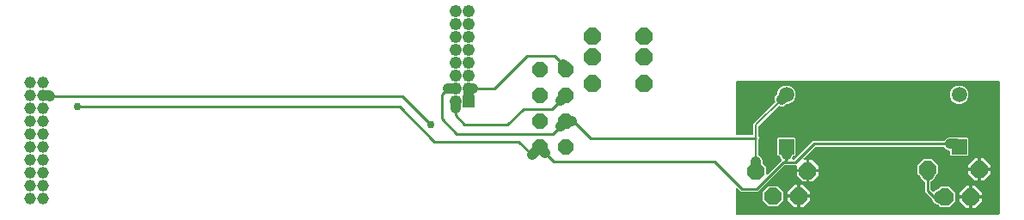
<source format=gbr>
G04 EAGLE Gerber RS-274X export*
G75*
%MOMM*%
%FSLAX34Y34*%
%LPD*%
%INBottom Copper*%
%IPPOS*%
%AMOC8*
5,1,8,0,0,1.08239X$1,22.5*%
G01*
%ADD10R,1.508000X1.508000*%
%ADD11C,1.508000*%
%ADD12P,1.814519X8X22.500000*%
%ADD13P,1.814519X8X202.500000*%
%ADD14P,1.649562X8X112.500000*%
%ADD15C,1.158000*%
%ADD16R,1.218000X1.218000*%
%ADD17C,1.218000*%
%ADD18C,0.254000*%
%ADD19C,1.270000*%
%ADD20C,1.016000*%
%ADD21C,0.756400*%
%ADD22C,0.203200*%

G36*
X585236Y115574D02*
X585236Y115574D01*
X585255Y115572D01*
X585357Y115594D01*
X585459Y115610D01*
X585476Y115620D01*
X585496Y115624D01*
X585585Y115677D01*
X585676Y115726D01*
X585690Y115740D01*
X585707Y115750D01*
X585774Y115829D01*
X585846Y115904D01*
X585854Y115922D01*
X585867Y115937D01*
X585906Y116033D01*
X585949Y116127D01*
X585951Y116147D01*
X585959Y116165D01*
X585977Y116332D01*
X585977Y246380D01*
X585974Y246400D01*
X585976Y246419D01*
X585954Y246521D01*
X585938Y246623D01*
X585928Y246640D01*
X585924Y246660D01*
X585871Y246749D01*
X585822Y246840D01*
X585808Y246854D01*
X585798Y246871D01*
X585719Y246938D01*
X585644Y247010D01*
X585626Y247018D01*
X585611Y247031D01*
X585515Y247070D01*
X585421Y247113D01*
X585401Y247115D01*
X585383Y247123D01*
X585216Y247141D01*
X327152Y247141D01*
X327132Y247138D01*
X327113Y247140D01*
X327011Y247118D01*
X326909Y247102D01*
X326892Y247092D01*
X326872Y247088D01*
X326783Y247035D01*
X326692Y246986D01*
X326678Y246972D01*
X326661Y246962D01*
X326594Y246883D01*
X326523Y246808D01*
X326514Y246790D01*
X326501Y246775D01*
X326462Y246679D01*
X326419Y246585D01*
X326417Y246565D01*
X326409Y246547D01*
X326391Y246380D01*
X326391Y194564D01*
X326394Y194544D01*
X326392Y194525D01*
X326414Y194423D01*
X326431Y194321D01*
X326440Y194304D01*
X326444Y194284D01*
X326497Y194195D01*
X326546Y194104D01*
X326560Y194090D01*
X326570Y194073D01*
X326649Y194006D01*
X326724Y193934D01*
X326742Y193926D01*
X326757Y193913D01*
X326853Y193874D01*
X326947Y193831D01*
X326967Y193829D01*
X326985Y193821D01*
X327152Y193803D01*
X342900Y193803D01*
X342920Y193806D01*
X342939Y193804D01*
X343041Y193826D01*
X343143Y193842D01*
X343160Y193852D01*
X343180Y193856D01*
X343269Y193909D01*
X343360Y193958D01*
X343374Y193972D01*
X343391Y193982D01*
X343458Y194061D01*
X343530Y194136D01*
X343538Y194154D01*
X343551Y194169D01*
X343590Y194265D01*
X343633Y194359D01*
X343635Y194379D01*
X343643Y194397D01*
X343661Y194564D01*
X343661Y205114D01*
X345372Y206826D01*
X345373Y206826D01*
X364831Y226284D01*
X364899Y226379D01*
X364969Y226473D01*
X364971Y226479D01*
X364974Y226484D01*
X365009Y226595D01*
X365045Y226707D01*
X365045Y226713D01*
X365047Y226719D01*
X365044Y226836D01*
X365043Y226953D01*
X365041Y226960D01*
X365040Y226965D01*
X365034Y226982D01*
X364996Y227114D01*
X364693Y227844D01*
X364693Y230472D01*
X365699Y232899D01*
X366632Y233833D01*
X366685Y233907D01*
X366745Y233976D01*
X366757Y234006D01*
X366776Y234033D01*
X366803Y234120D01*
X366837Y234204D01*
X366841Y234245D01*
X366848Y234268D01*
X366847Y234300D01*
X366855Y234371D01*
X366855Y235583D01*
X368235Y238915D01*
X370785Y241465D01*
X374117Y242845D01*
X377723Y242845D01*
X381055Y241465D01*
X383605Y238915D01*
X384985Y235583D01*
X384985Y231977D01*
X383605Y228645D01*
X381055Y226095D01*
X377723Y224715D01*
X376511Y224715D01*
X376421Y224701D01*
X376330Y224693D01*
X376300Y224681D01*
X376268Y224676D01*
X376188Y224633D01*
X376104Y224597D01*
X376072Y224571D01*
X376051Y224560D01*
X376029Y224537D01*
X375973Y224492D01*
X375039Y223559D01*
X372612Y222553D01*
X369984Y222553D01*
X369254Y222856D01*
X369189Y222871D01*
X369146Y222889D01*
X369093Y222894D01*
X369027Y222911D01*
X369020Y222911D01*
X369014Y222912D01*
X368960Y222907D01*
X368955Y222907D01*
X368949Y222906D01*
X368898Y222901D01*
X368781Y222892D01*
X368776Y222890D01*
X368769Y222889D01*
X368725Y222869D01*
X368713Y222867D01*
X368672Y222846D01*
X368661Y222841D01*
X368555Y222796D01*
X368549Y222791D01*
X368545Y222789D01*
X368531Y222776D01*
X368511Y222760D01*
X368495Y222752D01*
X368479Y222735D01*
X368424Y222691D01*
X348966Y203233D01*
X348913Y203159D01*
X348853Y203089D01*
X348841Y203059D01*
X348822Y203033D01*
X348795Y202946D01*
X348761Y202861D01*
X348757Y202820D01*
X348750Y202798D01*
X348751Y202766D01*
X348743Y202694D01*
X348743Y192735D01*
X348757Y192645D01*
X348765Y192554D01*
X348777Y192524D01*
X348782Y192492D01*
X348825Y192412D01*
X348861Y192328D01*
X348887Y192296D01*
X348898Y192275D01*
X348921Y192253D01*
X348966Y192197D01*
X348997Y192166D01*
X348997Y189850D01*
X348966Y189819D01*
X348913Y189745D01*
X348853Y189676D01*
X348841Y189646D01*
X348822Y189620D01*
X348795Y189533D01*
X348761Y189448D01*
X348757Y189407D01*
X348750Y189385D01*
X348751Y189352D01*
X348743Y189281D01*
X348743Y174245D01*
X348762Y174130D01*
X348779Y174014D01*
X348781Y174009D01*
X348782Y174002D01*
X348838Y173898D01*
X348890Y173795D01*
X348895Y173791D01*
X348898Y173785D01*
X348983Y173704D01*
X349066Y173623D01*
X349072Y173619D01*
X349076Y173616D01*
X349093Y173608D01*
X349213Y173542D01*
X349943Y173239D01*
X351801Y171381D01*
X352807Y168954D01*
X352807Y166725D01*
X352821Y166635D01*
X352829Y166544D01*
X352841Y166514D01*
X352846Y166482D01*
X352889Y166401D01*
X352925Y166318D01*
X352951Y166285D01*
X352962Y166265D01*
X352985Y166243D01*
X353030Y166187D01*
X356109Y163108D01*
X356109Y155905D01*
X356111Y155890D01*
X356110Y155878D01*
X356120Y155828D01*
X356122Y155762D01*
X356140Y155713D01*
X356148Y155662D01*
X356182Y155599D01*
X356207Y155531D01*
X356239Y155491D01*
X356264Y155445D01*
X356316Y155395D01*
X356360Y155339D01*
X356404Y155311D01*
X356442Y155275D01*
X356507Y155245D01*
X356567Y155206D01*
X356618Y155194D01*
X356665Y155172D01*
X356736Y155164D01*
X356806Y155146D01*
X356858Y155150D01*
X356909Y155145D01*
X356980Y155160D01*
X357051Y155165D01*
X357099Y155186D01*
X357150Y155197D01*
X357211Y155234D01*
X357277Y155262D01*
X357330Y155304D01*
X357342Y155311D01*
X357345Y155314D01*
X357361Y155323D01*
X357376Y155341D01*
X357408Y155367D01*
X370235Y168194D01*
X371275Y169234D01*
X371287Y169250D01*
X371302Y169262D01*
X371358Y169349D01*
X371419Y169433D01*
X371425Y169452D01*
X371435Y169469D01*
X371461Y169570D01*
X371491Y169668D01*
X371491Y169688D01*
X371496Y169708D01*
X371488Y169811D01*
X371485Y169914D01*
X371478Y169933D01*
X371476Y169953D01*
X371436Y170048D01*
X371400Y170145D01*
X371388Y170161D01*
X371380Y170179D01*
X371275Y170310D01*
X370321Y171265D01*
X369500Y173245D01*
X369439Y173345D01*
X369379Y173445D01*
X369374Y173449D01*
X369371Y173454D01*
X369281Y173529D01*
X369192Y173605D01*
X369186Y173607D01*
X369181Y173611D01*
X369073Y173653D01*
X368964Y173697D01*
X368956Y173698D01*
X368952Y173699D01*
X368933Y173700D01*
X368797Y173715D01*
X367748Y173715D01*
X366855Y174608D01*
X366855Y190952D01*
X367748Y191845D01*
X384092Y191845D01*
X384985Y190952D01*
X384985Y174608D01*
X384092Y173715D01*
X383043Y173715D01*
X382928Y173696D01*
X382812Y173679D01*
X382806Y173677D01*
X382800Y173676D01*
X382698Y173621D01*
X382593Y173568D01*
X382588Y173563D01*
X382583Y173560D01*
X382503Y173476D01*
X382420Y173392D01*
X382417Y173386D01*
X382413Y173382D01*
X382406Y173365D01*
X382340Y173245D01*
X381485Y171183D01*
X381465Y171154D01*
X381443Y171085D01*
X381413Y171020D01*
X381407Y170969D01*
X381392Y170919D01*
X381394Y170847D01*
X381386Y170776D01*
X381397Y170725D01*
X381398Y170673D01*
X381423Y170606D01*
X381438Y170535D01*
X381465Y170491D01*
X381482Y170442D01*
X381527Y170386D01*
X381564Y170324D01*
X381604Y170290D01*
X381636Y170250D01*
X381696Y170211D01*
X381751Y170164D01*
X381799Y170145D01*
X381843Y170117D01*
X381913Y170099D01*
X381979Y170072D01*
X382050Y170064D01*
X382081Y170057D01*
X382105Y170058D01*
X382146Y170054D01*
X383464Y170054D01*
X383554Y170068D01*
X383645Y170076D01*
X383675Y170088D01*
X383707Y170093D01*
X383787Y170136D01*
X383871Y170172D01*
X383903Y170198D01*
X383924Y170209D01*
X383946Y170232D01*
X384002Y170277D01*
X401940Y188215D01*
X530964Y188215D01*
X531079Y188234D01*
X531195Y188251D01*
X531201Y188253D01*
X531207Y188254D01*
X531309Y188309D01*
X531414Y188362D01*
X531419Y188367D01*
X531424Y188370D01*
X531504Y188454D01*
X531586Y188538D01*
X531590Y188544D01*
X531594Y188548D01*
X531601Y188565D01*
X531667Y188685D01*
X531865Y189161D01*
X533723Y191019D01*
X536150Y192025D01*
X544774Y192025D01*
X545068Y191903D01*
X545132Y191888D01*
X545193Y191863D01*
X545276Y191854D01*
X545308Y191847D01*
X545327Y191848D01*
X545360Y191845D01*
X554272Y191845D01*
X555165Y190952D01*
X555165Y174608D01*
X554272Y173715D01*
X537928Y173715D01*
X537035Y174608D01*
X537035Y178054D01*
X537032Y178074D01*
X537034Y178093D01*
X537012Y178195D01*
X536996Y178297D01*
X536986Y178314D01*
X536982Y178334D01*
X536929Y178423D01*
X536880Y178514D01*
X536866Y178528D01*
X536856Y178545D01*
X536777Y178612D01*
X536702Y178684D01*
X536684Y178692D01*
X536669Y178705D01*
X536573Y178744D01*
X536479Y178787D01*
X536459Y178789D01*
X536441Y178797D01*
X536274Y178815D01*
X536150Y178815D01*
X533723Y179821D01*
X531865Y181679D01*
X531667Y182155D01*
X531606Y182255D01*
X531546Y182355D01*
X531541Y182359D01*
X531538Y182364D01*
X531448Y182439D01*
X531359Y182515D01*
X531353Y182517D01*
X531348Y182521D01*
X531240Y182563D01*
X531131Y182607D01*
X531123Y182608D01*
X531119Y182609D01*
X531100Y182610D01*
X530964Y182625D01*
X404571Y182625D01*
X404481Y182611D01*
X404390Y182603D01*
X404360Y182591D01*
X404328Y182586D01*
X404248Y182543D01*
X404164Y182507D01*
X404132Y182481D01*
X404111Y182470D01*
X404089Y182447D01*
X404033Y182402D01*
X392857Y171226D01*
X392815Y171168D01*
X392765Y171116D01*
X392743Y171069D01*
X392713Y171027D01*
X392692Y170958D01*
X392662Y170893D01*
X392656Y170841D01*
X392641Y170791D01*
X392643Y170720D01*
X392635Y170649D01*
X392646Y170598D01*
X392647Y170546D01*
X392672Y170478D01*
X392687Y170408D01*
X392714Y170363D01*
X392732Y170315D01*
X392776Y170259D01*
X392813Y170197D01*
X392853Y170163D01*
X392885Y170123D01*
X392946Y170084D01*
X393000Y170037D01*
X393048Y170018D01*
X393092Y169990D01*
X393162Y169972D01*
X393228Y169945D01*
X393300Y169937D01*
X393331Y169929D01*
X393354Y169931D01*
X393395Y169927D01*
X395479Y169927D01*
X395479Y160527D01*
X386079Y160527D01*
X386079Y163703D01*
X386076Y163723D01*
X386078Y163742D01*
X386056Y163844D01*
X386040Y163946D01*
X386030Y163963D01*
X386026Y163983D01*
X385973Y164072D01*
X385924Y164163D01*
X385910Y164177D01*
X385900Y164194D01*
X385821Y164261D01*
X385746Y164333D01*
X385728Y164341D01*
X385713Y164354D01*
X385617Y164393D01*
X385523Y164436D01*
X385503Y164438D01*
X385485Y164446D01*
X385318Y164464D01*
X374726Y164464D01*
X374636Y164450D01*
X374545Y164442D01*
X374515Y164430D01*
X374483Y164425D01*
X374403Y164382D01*
X374319Y164346D01*
X374287Y164320D01*
X374266Y164309D01*
X374244Y164286D01*
X374188Y164241D01*
X348122Y138175D01*
X331328Y138175D01*
X329468Y140035D01*
X327690Y141813D01*
X327632Y141855D01*
X327580Y141905D01*
X327533Y141927D01*
X327491Y141957D01*
X327422Y141978D01*
X327357Y142008D01*
X327305Y142014D01*
X327255Y142029D01*
X327184Y142027D01*
X327113Y142035D01*
X327062Y142024D01*
X327010Y142023D01*
X326942Y141998D01*
X326872Y141983D01*
X326828Y141956D01*
X326779Y141938D01*
X326723Y141894D01*
X326661Y141857D01*
X326627Y141817D01*
X326587Y141785D01*
X326548Y141724D01*
X326501Y141670D01*
X326482Y141622D01*
X326454Y141578D01*
X326436Y141508D01*
X326409Y141442D01*
X326401Y141370D01*
X326393Y141339D01*
X326395Y141316D01*
X326391Y141275D01*
X326391Y116332D01*
X326394Y116312D01*
X326392Y116293D01*
X326414Y116191D01*
X326431Y116089D01*
X326440Y116072D01*
X326444Y116052D01*
X326497Y115963D01*
X326546Y115872D01*
X326560Y115858D01*
X326570Y115841D01*
X326649Y115774D01*
X326724Y115702D01*
X326742Y115694D01*
X326757Y115681D01*
X326853Y115642D01*
X326947Y115599D01*
X326967Y115597D01*
X326985Y115589D01*
X327152Y115571D01*
X585216Y115571D01*
X585236Y115574D01*
G37*
%LPC*%
G36*
X528026Y123189D02*
X528026Y123189D01*
X526217Y124998D01*
X526143Y125051D01*
X526074Y125111D01*
X526044Y125123D01*
X526018Y125142D01*
X525931Y125169D01*
X525846Y125203D01*
X525805Y125207D01*
X525783Y125214D01*
X525756Y125214D01*
X522843Y126420D01*
X520628Y128635D01*
X519737Y130787D01*
X519702Y130843D01*
X519677Y130903D01*
X519625Y130968D01*
X519607Y130996D01*
X519592Y131008D01*
X519572Y131034D01*
X514177Y136428D01*
X512317Y138288D01*
X512317Y147827D01*
X512298Y147942D01*
X512281Y148058D01*
X512279Y148064D01*
X512278Y148070D01*
X512223Y148173D01*
X512170Y148278D01*
X512165Y148282D01*
X512162Y148288D01*
X512078Y148367D01*
X511994Y148450D01*
X511988Y148453D01*
X511984Y148457D01*
X511967Y148465D01*
X511847Y148531D01*
X510651Y149026D01*
X508436Y151241D01*
X507293Y154001D01*
X507259Y154056D01*
X507233Y154117D01*
X507181Y154182D01*
X507164Y154210D01*
X507149Y154222D01*
X507128Y154248D01*
X505205Y156170D01*
X505205Y164378D01*
X511008Y170181D01*
X519216Y170181D01*
X525019Y164378D01*
X525019Y156170D01*
X523096Y154248D01*
X523058Y154194D01*
X523012Y154148D01*
X522972Y154075D01*
X522952Y154048D01*
X522947Y154029D01*
X522931Y154001D01*
X521788Y151241D01*
X519573Y149026D01*
X518377Y148531D01*
X518277Y148469D01*
X518177Y148409D01*
X518173Y148404D01*
X518168Y148401D01*
X518092Y148310D01*
X518017Y148222D01*
X518015Y148216D01*
X518011Y148212D01*
X517969Y148103D01*
X517925Y147994D01*
X517924Y147987D01*
X517923Y147982D01*
X517922Y147964D01*
X517907Y147827D01*
X517907Y140919D01*
X517921Y140829D01*
X517929Y140738D01*
X517941Y140708D01*
X517946Y140676D01*
X517989Y140596D01*
X518025Y140512D01*
X518051Y140479D01*
X518062Y140459D01*
X518085Y140437D01*
X518130Y140381D01*
X520253Y138258D01*
X520269Y138246D01*
X520281Y138231D01*
X520368Y138174D01*
X520452Y138114D01*
X520471Y138108D01*
X520488Y138098D01*
X520589Y138072D01*
X520687Y138042D01*
X520707Y138042D01*
X520727Y138037D01*
X520830Y138046D01*
X520933Y138048D01*
X520952Y138055D01*
X520972Y138057D01*
X521067Y138097D01*
X521164Y138133D01*
X521180Y138145D01*
X521198Y138153D01*
X521329Y138258D01*
X522843Y139772D01*
X525774Y140986D01*
X525860Y140993D01*
X525890Y141005D01*
X525922Y141010D01*
X526003Y141053D01*
X526087Y141089D01*
X526119Y141115D01*
X526139Y141126D01*
X526161Y141149D01*
X526217Y141194D01*
X528026Y143003D01*
X536234Y143003D01*
X542037Y137200D01*
X542037Y128992D01*
X536234Y123189D01*
X528026Y123189D01*
G37*
%LPD*%
%LPC*%
G36*
X358608Y123951D02*
X358608Y123951D01*
X352805Y129754D01*
X352805Y137962D01*
X358608Y143765D01*
X366816Y143765D01*
X372619Y137962D01*
X372619Y129754D01*
X366816Y123951D01*
X358608Y123951D01*
G37*
%LPD*%
%LPC*%
G36*
X544297Y224715D02*
X544297Y224715D01*
X540965Y226095D01*
X538415Y228645D01*
X537035Y231977D01*
X537035Y235583D01*
X538415Y238915D01*
X540965Y241465D01*
X544297Y242845D01*
X547903Y242845D01*
X551235Y241465D01*
X553785Y238915D01*
X555165Y235583D01*
X555165Y231977D01*
X553785Y228645D01*
X551235Y226095D01*
X547903Y224715D01*
X544297Y224715D01*
G37*
%LPD*%
%LPC*%
G36*
X567435Y161797D02*
X567435Y161797D01*
X567435Y171197D01*
X570436Y171197D01*
X576835Y164798D01*
X576835Y161797D01*
X567435Y161797D01*
G37*
%LPD*%
%LPC*%
G36*
X398525Y160527D02*
X398525Y160527D01*
X398525Y169927D01*
X401526Y169927D01*
X407925Y163528D01*
X407925Y160527D01*
X398525Y160527D01*
G37*
%LPD*%
%LPC*%
G36*
X389635Y135381D02*
X389635Y135381D01*
X389635Y144781D01*
X392636Y144781D01*
X399035Y138382D01*
X399035Y135381D01*
X389635Y135381D01*
G37*
%LPD*%
%LPC*%
G36*
X559053Y134619D02*
X559053Y134619D01*
X559053Y144019D01*
X562054Y144019D01*
X568453Y137620D01*
X568453Y134619D01*
X559053Y134619D01*
G37*
%LPD*%
%LPC*%
G36*
X554989Y161797D02*
X554989Y161797D01*
X554989Y164798D01*
X561388Y171197D01*
X564389Y171197D01*
X564389Y161797D01*
X554989Y161797D01*
G37*
%LPD*%
%LPC*%
G36*
X567435Y149351D02*
X567435Y149351D01*
X567435Y158751D01*
X576835Y158751D01*
X576835Y155750D01*
X570436Y149351D01*
X567435Y149351D01*
G37*
%LPD*%
%LPC*%
G36*
X398525Y148081D02*
X398525Y148081D01*
X398525Y157481D01*
X407925Y157481D01*
X407925Y154480D01*
X401526Y148081D01*
X398525Y148081D01*
G37*
%LPD*%
%LPC*%
G36*
X377189Y135381D02*
X377189Y135381D01*
X377189Y138382D01*
X383588Y144781D01*
X386589Y144781D01*
X386589Y135381D01*
X377189Y135381D01*
G37*
%LPD*%
%LPC*%
G36*
X546607Y134619D02*
X546607Y134619D01*
X546607Y137620D01*
X553006Y144019D01*
X556007Y144019D01*
X556007Y134619D01*
X546607Y134619D01*
G37*
%LPD*%
%LPC*%
G36*
X389635Y122935D02*
X389635Y122935D01*
X389635Y132335D01*
X399035Y132335D01*
X399035Y129334D01*
X392636Y122935D01*
X389635Y122935D01*
G37*
%LPD*%
%LPC*%
G36*
X559053Y122173D02*
X559053Y122173D01*
X559053Y131573D01*
X568453Y131573D01*
X568453Y128572D01*
X562054Y122173D01*
X559053Y122173D01*
G37*
%LPD*%
%LPC*%
G36*
X561388Y149351D02*
X561388Y149351D01*
X554989Y155750D01*
X554989Y158751D01*
X564389Y158751D01*
X564389Y149351D01*
X561388Y149351D01*
G37*
%LPD*%
%LPC*%
G36*
X392478Y148081D02*
X392478Y148081D01*
X386079Y154480D01*
X386079Y157481D01*
X395479Y157481D01*
X395479Y148081D01*
X392478Y148081D01*
G37*
%LPD*%
%LPC*%
G36*
X383588Y122935D02*
X383588Y122935D01*
X377189Y129334D01*
X377189Y132335D01*
X386589Y132335D01*
X386589Y122935D01*
X383588Y122935D01*
G37*
%LPD*%
%LPC*%
G36*
X553006Y122173D02*
X553006Y122173D01*
X546607Y128572D01*
X546607Y131573D01*
X556007Y131573D01*
X556007Y122173D01*
X553006Y122173D01*
G37*
%LPD*%
%LPC*%
G36*
X565911Y160273D02*
X565911Y160273D01*
X565911Y160275D01*
X565913Y160275D01*
X565913Y160273D01*
X565911Y160273D01*
G37*
%LPD*%
%LPC*%
G36*
X397001Y159003D02*
X397001Y159003D01*
X397001Y159005D01*
X397003Y159005D01*
X397003Y159003D01*
X397001Y159003D01*
G37*
%LPD*%
%LPC*%
G36*
X388111Y133857D02*
X388111Y133857D01*
X388111Y133859D01*
X388113Y133859D01*
X388113Y133857D01*
X388111Y133857D01*
G37*
%LPD*%
%LPC*%
G36*
X557529Y133095D02*
X557529Y133095D01*
X557529Y133097D01*
X557531Y133097D01*
X557531Y133095D01*
X557529Y133095D01*
G37*
%LPD*%
D10*
X375920Y182780D03*
D11*
X375920Y233780D03*
D10*
X546100Y182780D03*
D11*
X546100Y233780D03*
D12*
X362712Y133858D03*
X388112Y133858D03*
X532130Y133096D03*
X557530Y133096D03*
D13*
X397002Y159004D03*
X346202Y159004D03*
X565912Y160274D03*
X515112Y160274D03*
X235712Y245415D03*
X184912Y245415D03*
X235864Y271170D03*
X185064Y271170D03*
X235763Y291592D03*
X184963Y291592D03*
D14*
X158496Y182118D03*
X158496Y207518D03*
X158496Y232918D03*
X158496Y258318D03*
X133096Y182118D03*
X133096Y207518D03*
X133096Y232918D03*
X133096Y258318D03*
D15*
X-355854Y246126D03*
X-355854Y233426D03*
X-355854Y220726D03*
X-355854Y208026D03*
X-355854Y195326D03*
X-355854Y182626D03*
X-355854Y169926D03*
X-355854Y157226D03*
X-355854Y144526D03*
X-355854Y131826D03*
X-368554Y131826D03*
X-368554Y144526D03*
X-368554Y157226D03*
X-368554Y169926D03*
X-368554Y182626D03*
X-368554Y195326D03*
X-368554Y208026D03*
X-368554Y220726D03*
X-368554Y233426D03*
X-368554Y246126D03*
D16*
X62992Y227330D03*
D17*
X50292Y227330D03*
X62992Y240030D03*
X50292Y240030D03*
X62992Y252730D03*
X50292Y252730D03*
X62992Y265430D03*
X50292Y265430D03*
X62992Y278130D03*
X50292Y278130D03*
X62992Y290830D03*
X50292Y290830D03*
X62992Y303530D03*
X50292Y303530D03*
X62992Y316230D03*
X50292Y316230D03*
D18*
X521462Y133096D02*
X527304Y133096D01*
X521462Y133096D02*
X515112Y139446D01*
X515112Y155702D01*
D19*
X515112Y160274D01*
X527304Y133096D02*
X532130Y133096D01*
D18*
X50292Y213360D02*
X50292Y220726D01*
X50292Y213360D02*
X59182Y204470D01*
X101346Y204470D01*
X145542Y219964D02*
X153670Y228092D01*
X116840Y219964D02*
X101346Y204470D01*
X116840Y219964D02*
X145542Y219964D01*
D20*
X153670Y228092D02*
X158496Y232918D01*
X50292Y227330D02*
X50292Y220726D01*
D18*
X305181Y168275D02*
X332486Y140970D01*
X375920Y169926D02*
X375920Y175006D01*
X346964Y140970D02*
X332486Y140970D01*
X346964Y140970D02*
X373253Y167259D01*
X375920Y169926D01*
D20*
X375920Y175006D02*
X375920Y182780D01*
X138557Y176657D02*
X133096Y182118D01*
X543460Y185420D02*
X546100Y182780D01*
X543460Y185420D02*
X537464Y185420D01*
D18*
X403098Y185420D01*
X384937Y167259D02*
X373253Y167259D01*
X384937Y167259D02*
X403098Y185420D01*
X146939Y168275D02*
X138557Y176657D01*
X146939Y168275D02*
X305181Y168275D01*
X125603Y174625D02*
X112522Y187706D01*
D20*
X125603Y174625D02*
X133096Y182118D01*
D18*
X29464Y187706D02*
X-5080Y222250D01*
X-322580Y222250D01*
X29464Y187706D02*
X112522Y187706D01*
D21*
X-322580Y222250D03*
D22*
X346202Y204062D02*
X371298Y229158D01*
X346202Y191008D02*
X346202Y167640D01*
X346202Y191008D02*
X346202Y204062D01*
D20*
X371298Y229158D02*
X375920Y233780D01*
X346202Y167640D02*
X346202Y159004D01*
D18*
X346202Y191008D02*
X182880Y191008D01*
X166370Y207518D01*
X164592Y207518D01*
D20*
X158496Y207518D01*
D18*
X51308Y195326D02*
X36576Y210058D01*
X146304Y195326D02*
X153670Y202692D01*
X146304Y195326D02*
X51308Y195326D01*
X36576Y210058D02*
X36576Y233934D01*
X42672Y240030D01*
D20*
X153670Y202692D02*
X158496Y207518D01*
X50292Y240030D02*
X42672Y240030D01*
D18*
X25908Y204724D02*
X-2032Y232664D01*
D21*
X25908Y204724D03*
D18*
X67564Y240030D02*
X88392Y240030D01*
X120650Y272288D01*
X147320Y272288D01*
X156083Y263525D01*
D20*
X67564Y240030D02*
X62992Y240030D01*
X156083Y260731D02*
X158496Y258318D01*
X156083Y260731D02*
X156083Y263525D01*
D21*
X339344Y230886D03*
D20*
X63119Y239903D02*
X62992Y240030D01*
X63119Y239903D02*
X62992Y239776D01*
X62992Y227330D01*
D18*
X-2032Y232664D02*
X-349250Y232664D01*
D20*
X-350012Y233426D02*
X-355854Y233426D01*
X-350012Y233426D02*
X-349250Y232664D01*
M02*

</source>
